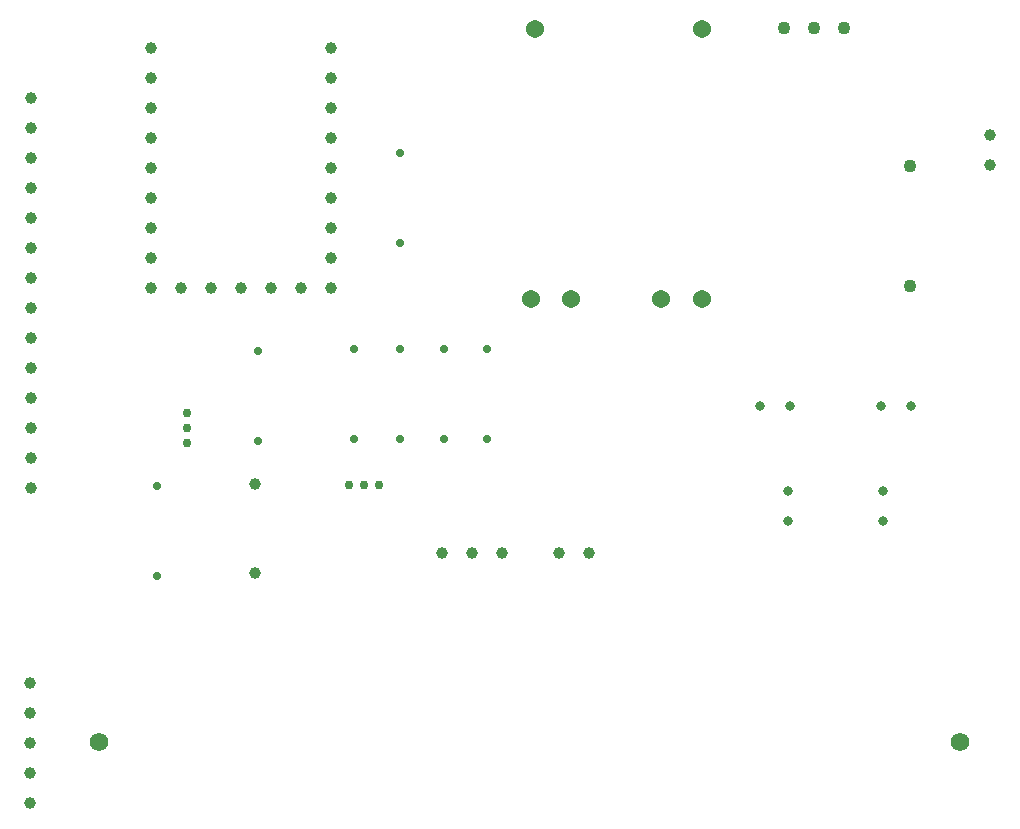
<source format=gbr>
%TF.GenerationSoftware,KiCad,Pcbnew,9.0.3*%
%TF.CreationDate,2025-08-16T14:39:42+02:00*%
%TF.ProjectId,pico-gps-spedometer,7069636f-2d67-4707-932d-737065646f6d,rev?*%
%TF.SameCoordinates,Original*%
%TF.FileFunction,Plated,1,2,PTH,Drill*%
%TF.FilePolarity,Positive*%
%FSLAX46Y46*%
G04 Gerber Fmt 4.6, Leading zero omitted, Abs format (unit mm)*
G04 Created by KiCad (PCBNEW 9.0.3) date 2025-08-16 14:39:42*
%MOMM*%
%LPD*%
G01*
G04 APERTURE LIST*
%TA.AperFunction,ComponentDrill*%
%ADD10C,0.700000*%
%TD*%
%TA.AperFunction,ComponentDrill*%
%ADD11C,0.750000*%
%TD*%
%TA.AperFunction,ComponentDrill*%
%ADD12C,0.800000*%
%TD*%
%TA.AperFunction,ComponentDrill*%
%ADD13C,1.000000*%
%TD*%
%TA.AperFunction,ComponentDrill*%
%ADD14C,1.100000*%
%TD*%
%TA.AperFunction,ComponentDrill*%
%ADD15C,1.540000*%
%TD*%
%TA.AperFunction,ComponentDrill*%
%ADD16C,1.570000*%
%TD*%
G04 APERTURE END LIST*
D10*
%TO.C,R7*%
X67750000Y-64690000D03*
X67750000Y-72310000D03*
%TO.C,R8*%
X76250000Y-53250000D03*
X76250000Y-60870000D03*
%TO.C,R4*%
X84430000Y-53092500D03*
X84430000Y-60712500D03*
%TO.C,R2*%
X88305000Y-36532500D03*
X88305000Y-44152500D03*
%TO.C,R3*%
X88305000Y-53152500D03*
X88305000Y-60772500D03*
%TO.C,R6*%
X92055000Y-53152500D03*
X92055000Y-60772500D03*
%TO.C,R1*%
X95680000Y-53152500D03*
X95680000Y-60772500D03*
D11*
%TO.C,Q2*%
X70250000Y-58500000D03*
X70250000Y-59770000D03*
X70250000Y-61040000D03*
%TO.C,Q1*%
X84015000Y-64652500D03*
X85285000Y-64652500D03*
X86555000Y-64652500D03*
D12*
%TO.C,C4*%
X118805000Y-57902500D03*
%TO.C,C1*%
X121180000Y-65152500D03*
X121180000Y-67652500D03*
%TO.C,C4*%
X121305000Y-57902500D03*
%TO.C,C3*%
X129055000Y-57902500D03*
%TO.C,C2*%
X129180000Y-65152500D03*
X129180000Y-67652500D03*
%TO.C,C3*%
X131555000Y-57902500D03*
D13*
%TO.C,J3*%
X57000000Y-81420000D03*
X57000000Y-83960000D03*
X57000000Y-86500000D03*
X57000000Y-89040000D03*
X57000000Y-91580000D03*
%TO.C,U4*%
X57055000Y-31902500D03*
X57055000Y-34442500D03*
X57055000Y-36982500D03*
X57055000Y-39522500D03*
X57055000Y-42062500D03*
X57055000Y-44602500D03*
X57055000Y-47142500D03*
X57055000Y-49682500D03*
X57055000Y-52222500D03*
X57055000Y-54762500D03*
X57055000Y-57302500D03*
X57055000Y-59842500D03*
X57055000Y-62382500D03*
X57055000Y-64922500D03*
%TO.C,U1*%
X67250000Y-27652500D03*
X67250000Y-30192500D03*
X67250000Y-32732500D03*
X67250000Y-35272500D03*
X67250000Y-37812500D03*
X67250000Y-40352500D03*
X67250000Y-42892500D03*
X67250000Y-45432500D03*
X67250000Y-47972500D03*
X69790000Y-47972500D03*
X72330000Y-47972500D03*
X74870000Y-47972500D03*
%TO.C,BZ1*%
X76000000Y-64500000D03*
X76000000Y-72100000D03*
%TO.C,U1*%
X77410000Y-47972500D03*
X79950000Y-47972500D03*
X82490000Y-27652500D03*
X82490000Y-30192500D03*
X82490000Y-32732500D03*
X82490000Y-35272500D03*
X82490000Y-37812500D03*
X82490000Y-40352500D03*
X82490000Y-42892500D03*
X82490000Y-45432500D03*
X82490000Y-47972500D03*
%TO.C,U2*%
X91850000Y-70402500D03*
X94390000Y-70402500D03*
X96930000Y-70402500D03*
%TO.C,R5*%
X101805000Y-70402500D03*
X104345000Y-70402500D03*
%TO.C,J1*%
X138250000Y-34985000D03*
X138250000Y-37525000D03*
D14*
%TO.C,U3*%
X120805000Y-25902500D03*
X123345000Y-25902500D03*
X125885000Y-25902500D03*
%TO.C,D1*%
X131500000Y-37590000D03*
X131500000Y-47750000D03*
D15*
%TO.C,J2*%
X99417500Y-48890000D03*
X99717500Y-25990000D03*
X102817500Y-48890000D03*
X110417500Y-48890000D03*
X113917500Y-25990000D03*
X113917500Y-48890000D03*
D16*
%TO.C,BT1*%
X62850000Y-86402500D03*
X135750000Y-86402500D03*
M02*

</source>
